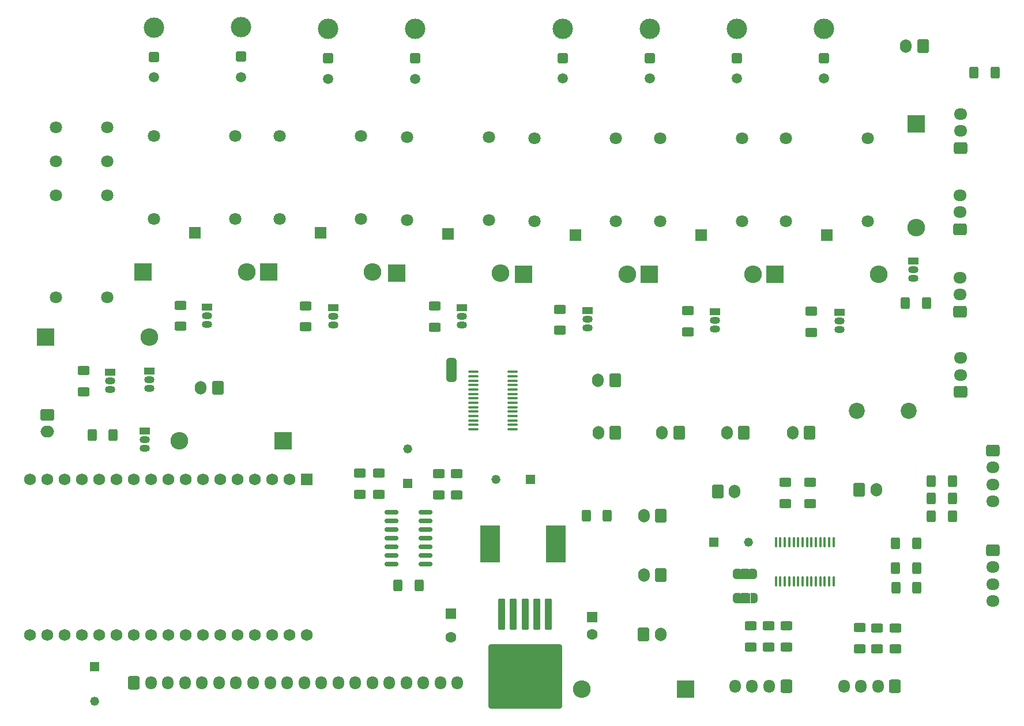
<source format=gts>
G04 #@! TF.GenerationSoftware,KiCad,Pcbnew,9.0.0*
G04 #@! TF.CreationDate,2025-04-08T11:49:15-04:00*
G04 #@! TF.ProjectId,PCB_control,5043425f-636f-46e7-9472-6f6c2e6b6963,rev?*
G04 #@! TF.SameCoordinates,Original*
G04 #@! TF.FileFunction,Soldermask,Top*
G04 #@! TF.FilePolarity,Negative*
%FSLAX46Y46*%
G04 Gerber Fmt 4.6, Leading zero omitted, Abs format (unit mm)*
G04 Created by KiCad (PCBNEW 9.0.0) date 2025-04-08 11:49:15*
%MOMM*%
%LPD*%
G01*
G04 APERTURE LIST*
G04 Aperture macros list*
%AMRoundRect*
0 Rectangle with rounded corners*
0 $1 Rounding radius*
0 $2 $3 $4 $5 $6 $7 $8 $9 X,Y pos of 4 corners*
0 Add a 4 corners polygon primitive as box body*
4,1,4,$2,$3,$4,$5,$6,$7,$8,$9,$2,$3,0*
0 Add four circle primitives for the rounded corners*
1,1,$1+$1,$2,$3*
1,1,$1+$1,$4,$5*
1,1,$1+$1,$6,$7*
1,1,$1+$1,$8,$9*
0 Add four rect primitives between the rounded corners*
20,1,$1+$1,$2,$3,$4,$5,0*
20,1,$1+$1,$4,$5,$6,$7,0*
20,1,$1+$1,$6,$7,$8,$9,0*
20,1,$1+$1,$8,$9,$2,$3,0*%
%AMFreePoly0*
4,1,23,0.550000,-0.750000,0.000000,-0.750000,0.000000,-0.745722,-0.065263,-0.745722,-0.191342,-0.711940,-0.304381,-0.646677,-0.396677,-0.554381,-0.461940,-0.441342,-0.495722,-0.315263,-0.495722,-0.250000,-0.500000,-0.250000,-0.500000,0.250000,-0.495722,0.250000,-0.495722,0.315263,-0.461940,0.441342,-0.396677,0.554381,-0.304381,0.646677,-0.191342,0.711940,-0.065263,0.745722,0.000000,0.745722,
0.000000,0.750000,0.550000,0.750000,0.550000,-0.750000,0.550000,-0.750000,$1*%
%AMFreePoly1*
4,1,23,0.000000,0.745722,0.065263,0.745722,0.191342,0.711940,0.304381,0.646677,0.396677,0.554381,0.461940,0.441342,0.495722,0.315263,0.495722,0.250000,0.500000,0.250000,0.500000,-0.250000,0.495722,-0.250000,0.495722,-0.315263,0.461940,-0.441342,0.396677,-0.554381,0.304381,-0.646677,0.191342,-0.711940,0.065263,-0.745722,0.000000,-0.745722,0.000000,-0.750000,-0.550000,-0.750000,
-0.550000,0.750000,0.000000,0.750000,0.000000,0.745722,0.000000,0.745722,$1*%
G04 Aperture macros list end*
%ADD10C,1.500000*%
%ADD11C,3.000000*%
%ADD12RoundRect,0.250001X-0.499999X-0.499999X0.499999X-0.499999X0.499999X0.499999X-0.499999X0.499999X0*%
%ADD13RoundRect,0.250000X0.600000X0.750000X-0.600000X0.750000X-0.600000X-0.750000X0.600000X-0.750000X0*%
%ADD14O,1.700000X2.000000*%
%ADD15RoundRect,0.250000X0.600000X0.725000X-0.600000X0.725000X-0.600000X-0.725000X0.600000X-0.725000X0*%
%ADD16O,1.700000X1.950000*%
%ADD17RoundRect,0.250000X-0.400000X-0.625000X0.400000X-0.625000X0.400000X0.625000X-0.400000X0.625000X0*%
%ADD18RoundRect,0.250000X-0.600000X-0.750000X0.600000X-0.750000X0.600000X0.750000X-0.600000X0.750000X0*%
%ADD19RoundRect,0.250000X-0.625000X0.400000X-0.625000X-0.400000X0.625000X-0.400000X0.625000X0.400000X0*%
%ADD20RoundRect,0.250000X-0.300000X2.050000X-0.300000X-2.050000X0.300000X-2.050000X0.300000X2.050000X0*%
%ADD21RoundRect,0.250002X-5.149998X4.449998X-5.149998X-4.449998X5.149998X-4.449998X5.149998X4.449998X0*%
%ADD22R,1.500000X1.050000*%
%ADD23O,1.500000X1.050000*%
%ADD24RoundRect,0.250000X0.625000X-0.400000X0.625000X0.400000X-0.625000X0.400000X-0.625000X-0.400000X0*%
%ADD25FreePoly0,270.000000*%
%ADD26R,1.500000X1.000000*%
%ADD27FreePoly1,270.000000*%
%ADD28R,1.803400X1.803400*%
%ADD29C,1.803400*%
%ADD30RoundRect,0.250000X0.725000X-0.600000X0.725000X0.600000X-0.725000X0.600000X-0.725000X-0.600000X0*%
%ADD31O,1.950000X1.700000*%
%ADD32R,1.320800X1.320800*%
%ADD33C,1.320800*%
%ADD34R,2.600000X2.600000*%
%ADD35O,2.600000X2.600000*%
%ADD36R,1.600000X1.600000*%
%ADD37C,1.600000*%
%ADD38C,2.363000*%
%ADD39RoundRect,0.250000X-0.600000X-0.725000X0.600000X-0.725000X0.600000X0.725000X-0.600000X0.725000X0*%
%ADD40RoundRect,0.250000X-0.725000X0.600000X-0.725000X-0.600000X0.725000X-0.600000X0.725000X0.600000X0*%
%ADD41RoundRect,0.100000X0.637500X0.100000X-0.637500X0.100000X-0.637500X-0.100000X0.637500X-0.100000X0*%
%ADD42FreePoly0,0.000000*%
%ADD43R,1.000000X1.500000*%
%ADD44FreePoly1,0.000000*%
%ADD45RoundRect,0.150000X-0.825000X-0.150000X0.825000X-0.150000X0.825000X0.150000X-0.825000X0.150000X0*%
%ADD46RoundRect,0.102000X-0.762000X0.762000X-0.762000X-0.762000X0.762000X-0.762000X0.762000X0.762000X0*%
%ADD47C,1.728000*%
%ADD48RoundRect,0.100000X0.100000X-0.637500X0.100000X0.637500X-0.100000X0.637500X-0.100000X-0.637500X0*%
%ADD49R,2.900000X5.400000*%
%ADD50RoundRect,0.250000X0.400000X0.625000X-0.400000X0.625000X-0.400000X-0.625000X0.400000X-0.625000X0*%
%ADD51RoundRect,0.250000X-0.750000X0.600000X-0.750000X-0.600000X0.750000X-0.600000X0.750000X0.600000X0*%
%ADD52O,2.000000X1.700000*%
G04 APERTURE END LIST*
G36*
X85617500Y-75375000D02*
G01*
X84117500Y-75375000D01*
X84117500Y-76875000D01*
X85617500Y-76875000D01*
X85617500Y-75375000D01*
G37*
G36*
X127200000Y-108950000D02*
G01*
X128700000Y-108950000D01*
X128700000Y-110450000D01*
X127200000Y-110450000D01*
X127200000Y-108950000D01*
G37*
G36*
X127175000Y-105392500D02*
G01*
X128675000Y-105392500D01*
X128675000Y-106892500D01*
X127175000Y-106892500D01*
X127175000Y-105392500D01*
G37*
D10*
X41130000Y-33120000D03*
D11*
X41130000Y-25800000D03*
D12*
X41130000Y-30120000D03*
D13*
X115590000Y-97540000D03*
D14*
X113090000Y-97540000D03*
D15*
X133990000Y-122640000D03*
D16*
X131490000Y-122640000D03*
X128990000Y-122640000D03*
X126490000Y-122640000D03*
D17*
X155275000Y-97625000D03*
X158375000Y-97625000D03*
D18*
X113065000Y-114965000D03*
D14*
X115565000Y-114965000D03*
D11*
X101175000Y-26000000D03*
D12*
X101175000Y-30320000D03*
D10*
X101175000Y-33320000D03*
D17*
X104615000Y-97515000D03*
X107715000Y-97515000D03*
D19*
X150015000Y-114040000D03*
X150015000Y-117140000D03*
D17*
X32075000Y-85685000D03*
X35175000Y-85685000D03*
D20*
X99040000Y-112065000D03*
X97340000Y-112065000D03*
X95640000Y-112065000D03*
D21*
X95640000Y-121215000D03*
D20*
X93940000Y-112065000D03*
X92240000Y-112065000D03*
D22*
X67499900Y-66971100D03*
D23*
X67499900Y-68241100D03*
X67499900Y-69511100D03*
D24*
X137682750Y-70607750D03*
X137682750Y-67507750D03*
D17*
X155300000Y-92475000D03*
X158400000Y-92475000D03*
D13*
X154075000Y-28525000D03*
D14*
X151575000Y-28525000D03*
D25*
X84867500Y-74825000D03*
D26*
X84867500Y-76125000D03*
D27*
X84867500Y-77425000D03*
D28*
X103009500Y-56307750D03*
D29*
X109003900Y-54301150D03*
X109003900Y-42109150D03*
X97015100Y-42109150D03*
X97015100Y-54301150D03*
D24*
X85640000Y-94465000D03*
X85640000Y-91365000D03*
X119557750Y-70532750D03*
X119557750Y-67432750D03*
D30*
X159550000Y-67575000D03*
D31*
X159550000Y-65075000D03*
X159550000Y-62575000D03*
D24*
X82350000Y-69850600D03*
X82350000Y-66750600D03*
X63434900Y-69816100D03*
X63434900Y-66716100D03*
D13*
X118250000Y-85325000D03*
D14*
X115750000Y-85325000D03*
D11*
X126733214Y-26000000D03*
D12*
X126733214Y-30320000D03*
D10*
X126733214Y-33320000D03*
D17*
X150090000Y-108165000D03*
X153190000Y-108165000D03*
D22*
X152682750Y-60157750D03*
D23*
X152682750Y-61427750D03*
X152682750Y-62697750D03*
D32*
X96459400Y-92200000D03*
D33*
X91379400Y-92200000D03*
D34*
X25262750Y-71307750D03*
D35*
X40502750Y-71307750D03*
D36*
X105515000Y-112482621D03*
D37*
X105515000Y-114982621D03*
D17*
X151507750Y-66332750D03*
X154607750Y-66332750D03*
D11*
X79504107Y-26025000D03*
D12*
X79504107Y-30345000D03*
D10*
X79504107Y-33345000D03*
D22*
X123522750Y-67562750D03*
D23*
X123522750Y-68832750D03*
X123522750Y-70102750D03*
D34*
X39555000Y-61775600D03*
D35*
X54795000Y-61775600D03*
D34*
X132374000Y-62107750D03*
D35*
X147614000Y-62107750D03*
D38*
X144400000Y-82175000D03*
X152000000Y-82175000D03*
D28*
X121476750Y-56307750D03*
D29*
X127471150Y-54301150D03*
X127471150Y-42109150D03*
X115482350Y-42109150D03*
X115482350Y-54301150D03*
D39*
X38215000Y-122115000D03*
D16*
X40715000Y-122115000D03*
X43215000Y-122115000D03*
X45715000Y-122115000D03*
X48215000Y-122115000D03*
X50715000Y-122115000D03*
X53215000Y-122115000D03*
X55715000Y-122115000D03*
X58215000Y-122115000D03*
X60715000Y-122115000D03*
X63215000Y-122115000D03*
X65715000Y-122115000D03*
X68215000Y-122115000D03*
X70715000Y-122115000D03*
X73215000Y-122115000D03*
X75715000Y-122115000D03*
X78215000Y-122115000D03*
X80715000Y-122115000D03*
X83215000Y-122115000D03*
X85715000Y-122115000D03*
D19*
X134040000Y-113765000D03*
X134040000Y-116865000D03*
D40*
X164300000Y-102625000D03*
D31*
X164300000Y-105125000D03*
X164300000Y-107625000D03*
X164300000Y-110125000D03*
D41*
X93795250Y-84857750D03*
X93795250Y-84207750D03*
X93795250Y-83557750D03*
X93795250Y-82907750D03*
X93795250Y-82257750D03*
X93795250Y-81607750D03*
X93795250Y-80957750D03*
X93795250Y-80307750D03*
X93795250Y-79657750D03*
X93795250Y-79007750D03*
X93795250Y-78357750D03*
X93795250Y-77707750D03*
X93795250Y-77057750D03*
X93795250Y-76407750D03*
X88070250Y-76407750D03*
X88070250Y-77057750D03*
X88070250Y-77707750D03*
X88070250Y-78357750D03*
X88070250Y-79007750D03*
X88070250Y-79657750D03*
X88070250Y-80307750D03*
X88070250Y-80957750D03*
X88070250Y-81607750D03*
X88070250Y-82257750D03*
X88070250Y-82907750D03*
X88070250Y-83557750D03*
X88070250Y-84207750D03*
X88070250Y-84857750D03*
D19*
X128815000Y-113715000D03*
X128815000Y-116815000D03*
D24*
X71390000Y-94390000D03*
X71390000Y-91290000D03*
X133900000Y-95750000D03*
X133900000Y-92650000D03*
D28*
X65594400Y-55966100D03*
D29*
X71588800Y-53959500D03*
X71588800Y-41767500D03*
X59600000Y-41767500D03*
X59600000Y-53959500D03*
D24*
X74140000Y-94390000D03*
X74140000Y-91290000D03*
D42*
X126650000Y-109700000D03*
D43*
X127950000Y-109700000D03*
D44*
X129250000Y-109700000D03*
D45*
X76065000Y-97015000D03*
X76065000Y-98285000D03*
X76065000Y-99555000D03*
X76065000Y-100825000D03*
X76065000Y-102095000D03*
X76065000Y-103365000D03*
X76065000Y-104635000D03*
X81015000Y-104635000D03*
X81015000Y-103365000D03*
X81015000Y-102095000D03*
X81015000Y-100825000D03*
X81015000Y-99555000D03*
X81015000Y-98285000D03*
X81015000Y-97015000D03*
D13*
X115590000Y-106240000D03*
D14*
X113090000Y-106240000D03*
D24*
X100725500Y-70300500D03*
X100725500Y-67200500D03*
D19*
X147365000Y-114040000D03*
X147365000Y-117140000D03*
D46*
X63630000Y-92190000D03*
D47*
X61090000Y-92190000D03*
X58550000Y-92190000D03*
X56010000Y-92190000D03*
X53470000Y-92190000D03*
X50930000Y-92190000D03*
X48390000Y-92190000D03*
X45850000Y-92190000D03*
X43310000Y-92190000D03*
X40770000Y-92190000D03*
X38230000Y-92190000D03*
X35690000Y-92190000D03*
X33150000Y-92190000D03*
X30610000Y-92190000D03*
X28070000Y-92190000D03*
X25530000Y-92190000D03*
X22990000Y-92190000D03*
X63630000Y-115050000D03*
X61090000Y-115050000D03*
X58550000Y-115050000D03*
X56010000Y-115050000D03*
X53470000Y-115050000D03*
X50930000Y-115050000D03*
X48390000Y-115050000D03*
X45850000Y-115050000D03*
X43310000Y-115050000D03*
X40770000Y-115050000D03*
X38230000Y-115050000D03*
X35690000Y-115050000D03*
X33150000Y-115050000D03*
X30610000Y-115050000D03*
X28070000Y-115050000D03*
X25530000Y-115050000D03*
X22990000Y-115050000D03*
D19*
X144765000Y-113990000D03*
X144765000Y-117090000D03*
D22*
X48982750Y-66925600D03*
D23*
X48982750Y-68195600D03*
X48982750Y-69465600D03*
D18*
X144700000Y-93775000D03*
D14*
X147200000Y-93775000D03*
D48*
X132490000Y-107202500D03*
X133140000Y-107202500D03*
X133790000Y-107202500D03*
X134440000Y-107202500D03*
X135090000Y-107202500D03*
X135740000Y-107202500D03*
X136390000Y-107202500D03*
X137040000Y-107202500D03*
X137690000Y-107202500D03*
X138340000Y-107202500D03*
X138990000Y-107202500D03*
X139640000Y-107202500D03*
X140290000Y-107202500D03*
X140940000Y-107202500D03*
X140940000Y-101477500D03*
X140290000Y-101477500D03*
X139640000Y-101477500D03*
X138990000Y-101477500D03*
X138340000Y-101477500D03*
X137690000Y-101477500D03*
X137040000Y-101477500D03*
X136390000Y-101477500D03*
X135740000Y-101477500D03*
X135090000Y-101477500D03*
X134440000Y-101477500D03*
X133790000Y-101477500D03*
X133140000Y-101477500D03*
X132490000Y-101477500D03*
D32*
X123390000Y-101465000D03*
D33*
X128470000Y-101465000D03*
D13*
X127800000Y-85325000D03*
D14*
X125300000Y-85325000D03*
D34*
X58024400Y-61766100D03*
D35*
X73264400Y-61766100D03*
D22*
X104807750Y-67442750D03*
D23*
X104807750Y-68712750D03*
X104807750Y-69982750D03*
D22*
X141797750Y-67657750D03*
D23*
X141797750Y-68927750D03*
X141797750Y-70197750D03*
D28*
X47125000Y-55975600D03*
D29*
X53119400Y-53969000D03*
X53119400Y-41777000D03*
X41130600Y-41777000D03*
X41130600Y-53969000D03*
D17*
X155300000Y-95025000D03*
X158400000Y-95025000D03*
D22*
X40490000Y-76330000D03*
D23*
X40490000Y-77600000D03*
X40490000Y-78870000D03*
D24*
X30857750Y-79332750D03*
X30857750Y-76232750D03*
D49*
X100190000Y-101740000D03*
X90490000Y-101740000D03*
D24*
X82940000Y-94465000D03*
X82940000Y-91365000D03*
D17*
X150075000Y-101575000D03*
X153175000Y-101575000D03*
D11*
X53945893Y-25790000D03*
D12*
X53945893Y-30110000D03*
D10*
X53945893Y-33110000D03*
D18*
X123940000Y-93965000D03*
D14*
X126440000Y-93965000D03*
D32*
X32390000Y-119730600D03*
D33*
X32390000Y-124810600D03*
D34*
X119225000Y-123000000D03*
D35*
X103985000Y-123000000D03*
D50*
X80065000Y-107790000D03*
X76965000Y-107790000D03*
D28*
X84350000Y-56125600D03*
D29*
X90344400Y-54119000D03*
X90344400Y-41927000D03*
X78355600Y-41927000D03*
X78355600Y-54119000D03*
D30*
X159625000Y-79375000D03*
D31*
X159625000Y-76875000D03*
X159625000Y-74375000D03*
D28*
X139944000Y-56307750D03*
D29*
X145938400Y-54301150D03*
X145938400Y-42109150D03*
X133949600Y-42109150D03*
X133949600Y-54301150D03*
D34*
X153082750Y-39987750D03*
D35*
X153082750Y-55227750D03*
D22*
X34747750Y-76437750D03*
D23*
X34747750Y-77707750D03*
X34747750Y-78977750D03*
D24*
X45032750Y-69725600D03*
X45032750Y-66625600D03*
D30*
X159550000Y-55475000D03*
D31*
X159550000Y-52975000D03*
X159550000Y-50475000D03*
D42*
X126625000Y-106142500D03*
D43*
X127925000Y-106142500D03*
D44*
X129225000Y-106142500D03*
D22*
X39815000Y-85105000D03*
D23*
X39815000Y-86375000D03*
X39815000Y-87645000D03*
D11*
X139512321Y-26000000D03*
D12*
X139512321Y-30320000D03*
D10*
X139512321Y-33320000D03*
D34*
X95439500Y-62107750D03*
D35*
X110679500Y-62107750D03*
D24*
X137525000Y-95775000D03*
X137525000Y-92675000D03*
D13*
X137425000Y-85350000D03*
D14*
X134925000Y-85350000D03*
D19*
X131390000Y-113715000D03*
X131390000Y-116815000D03*
D17*
X161575000Y-32450000D03*
X164675000Y-32450000D03*
D36*
X84790000Y-111940000D03*
D37*
X84790000Y-115440000D03*
D40*
X164300000Y-87950000D03*
D31*
X164300000Y-90450000D03*
X164300000Y-92950000D03*
X164300000Y-95450000D03*
D34*
X113906750Y-62107750D03*
D35*
X129146750Y-62107750D03*
D13*
X108900000Y-85325000D03*
D14*
X106400000Y-85325000D03*
D29*
X26795250Y-40462948D03*
X34295250Y-65462950D03*
X34295250Y-50462948D03*
X34295250Y-45462948D03*
X34295250Y-40462948D03*
X26795250Y-45462948D03*
X26795250Y-50462948D03*
X26795250Y-65462950D03*
D51*
X25525000Y-82725000D03*
D52*
X25525000Y-85225000D03*
D13*
X50525000Y-78750000D03*
D14*
X48025000Y-78750000D03*
D22*
X86375000Y-67025600D03*
D23*
X86375000Y-68295600D03*
X86375000Y-69565600D03*
D34*
X60120000Y-86575000D03*
D35*
X44880000Y-86575000D03*
D32*
X78440000Y-92774400D03*
D33*
X78440000Y-87694400D03*
D11*
X66725000Y-26025000D03*
D12*
X66725000Y-30345000D03*
D10*
X66725000Y-33345000D03*
D17*
X150050000Y-105225000D03*
X153150000Y-105225000D03*
D34*
X76780000Y-61925600D03*
D35*
X92020000Y-61925600D03*
D15*
X149990000Y-122590000D03*
D16*
X147490000Y-122590000D03*
X144990000Y-122590000D03*
X142490000Y-122590000D03*
D11*
X113954107Y-26000000D03*
D12*
X113954107Y-30320000D03*
D10*
X113954107Y-33320000D03*
D30*
X159625000Y-43525000D03*
D31*
X159625000Y-41025000D03*
X159625000Y-38525000D03*
D13*
X108850000Y-77625000D03*
D14*
X106350000Y-77625000D03*
M02*

</source>
